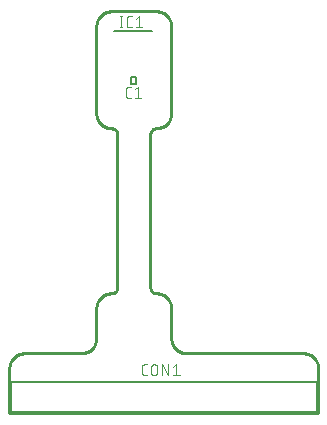
<source format=gbr>
G04 EAGLE Gerber RS-274X export*
G75*
%MOMM*%
%FSLAX34Y34*%
%LPD*%
%INSilkscreen Top*%
%IPPOS*%
%AMOC8*
5,1,8,0,0,1.08239X$1,22.5*%
G01*
%ADD10C,0.200000*%
%ADD11C,0.076200*%
%ADD12C,0.254000*%


D10*
X88410Y323610D02*
X120410Y323610D01*
D11*
X94655Y326761D02*
X94655Y336159D01*
X93611Y326761D02*
X95699Y326761D01*
X95699Y336159D02*
X93611Y336159D01*
X101423Y326761D02*
X103511Y326761D01*
X101423Y326761D02*
X101334Y326763D01*
X101246Y326769D01*
X101158Y326778D01*
X101070Y326791D01*
X100983Y326808D01*
X100897Y326828D01*
X100812Y326853D01*
X100727Y326880D01*
X100644Y326912D01*
X100563Y326946D01*
X100483Y326985D01*
X100405Y327026D01*
X100328Y327071D01*
X100254Y327119D01*
X100181Y327170D01*
X100111Y327224D01*
X100044Y327282D01*
X99978Y327342D01*
X99916Y327404D01*
X99856Y327470D01*
X99798Y327537D01*
X99744Y327607D01*
X99693Y327680D01*
X99645Y327754D01*
X99600Y327831D01*
X99559Y327909D01*
X99520Y327989D01*
X99486Y328070D01*
X99454Y328153D01*
X99427Y328238D01*
X99402Y328323D01*
X99382Y328409D01*
X99365Y328496D01*
X99352Y328584D01*
X99343Y328672D01*
X99337Y328760D01*
X99335Y328849D01*
X99334Y328849D02*
X99334Y334071D01*
X99335Y334071D02*
X99337Y334162D01*
X99343Y334253D01*
X99353Y334344D01*
X99367Y334434D01*
X99384Y334523D01*
X99406Y334611D01*
X99432Y334699D01*
X99461Y334785D01*
X99494Y334870D01*
X99531Y334953D01*
X99571Y335035D01*
X99615Y335115D01*
X99662Y335193D01*
X99713Y335269D01*
X99766Y335342D01*
X99823Y335413D01*
X99884Y335482D01*
X99947Y335547D01*
X100012Y335610D01*
X100081Y335670D01*
X100152Y335728D01*
X100225Y335781D01*
X100301Y335832D01*
X100379Y335879D01*
X100459Y335923D01*
X100541Y335963D01*
X100624Y336000D01*
X100709Y336033D01*
X100795Y336062D01*
X100883Y336088D01*
X100971Y336110D01*
X101060Y336127D01*
X101150Y336141D01*
X101241Y336151D01*
X101332Y336157D01*
X101423Y336159D01*
X103511Y336159D01*
X106980Y334071D02*
X109590Y336159D01*
X109590Y326761D01*
X106980Y326761D02*
X112201Y326761D01*
D10*
X107410Y285170D02*
X103410Y285170D01*
X107410Y285170D02*
X107410Y278710D01*
X103410Y278710D01*
X103410Y285170D01*
D11*
X103154Y267081D02*
X101065Y267081D01*
X100976Y267083D01*
X100888Y267089D01*
X100800Y267098D01*
X100712Y267111D01*
X100625Y267128D01*
X100539Y267148D01*
X100454Y267173D01*
X100369Y267200D01*
X100286Y267232D01*
X100205Y267266D01*
X100125Y267305D01*
X100047Y267346D01*
X99970Y267391D01*
X99896Y267439D01*
X99823Y267490D01*
X99753Y267544D01*
X99686Y267602D01*
X99620Y267662D01*
X99558Y267724D01*
X99498Y267790D01*
X99440Y267857D01*
X99386Y267927D01*
X99335Y268000D01*
X99287Y268074D01*
X99242Y268151D01*
X99201Y268229D01*
X99162Y268309D01*
X99128Y268390D01*
X99096Y268473D01*
X99069Y268558D01*
X99044Y268643D01*
X99024Y268729D01*
X99007Y268816D01*
X98994Y268904D01*
X98985Y268992D01*
X98979Y269080D01*
X98977Y269169D01*
X98977Y274391D01*
X98979Y274482D01*
X98985Y274573D01*
X98995Y274664D01*
X99009Y274754D01*
X99026Y274843D01*
X99048Y274931D01*
X99074Y275019D01*
X99103Y275105D01*
X99136Y275190D01*
X99173Y275273D01*
X99213Y275355D01*
X99257Y275435D01*
X99304Y275513D01*
X99355Y275589D01*
X99408Y275662D01*
X99465Y275733D01*
X99526Y275802D01*
X99589Y275867D01*
X99654Y275930D01*
X99723Y275990D01*
X99794Y276048D01*
X99867Y276101D01*
X99943Y276152D01*
X100021Y276199D01*
X100101Y276243D01*
X100183Y276283D01*
X100266Y276320D01*
X100351Y276353D01*
X100437Y276382D01*
X100525Y276408D01*
X100613Y276430D01*
X100702Y276447D01*
X100792Y276461D01*
X100883Y276471D01*
X100974Y276477D01*
X101065Y276479D01*
X103154Y276479D01*
X106622Y274391D02*
X109233Y276479D01*
X109233Y267081D01*
X111843Y267081D02*
X106622Y267081D01*
D10*
X1310Y1270D02*
X260310Y1270D01*
X260310Y26670D01*
X1270Y26670D01*
X1270Y1270D01*
D11*
X114476Y32131D02*
X116565Y32131D01*
X114476Y32131D02*
X114387Y32133D01*
X114299Y32139D01*
X114211Y32148D01*
X114123Y32161D01*
X114036Y32178D01*
X113950Y32198D01*
X113865Y32223D01*
X113780Y32250D01*
X113697Y32282D01*
X113616Y32316D01*
X113536Y32355D01*
X113458Y32396D01*
X113381Y32441D01*
X113307Y32489D01*
X113234Y32540D01*
X113164Y32594D01*
X113097Y32652D01*
X113031Y32712D01*
X112969Y32774D01*
X112909Y32840D01*
X112851Y32907D01*
X112797Y32977D01*
X112746Y33050D01*
X112698Y33124D01*
X112653Y33201D01*
X112612Y33279D01*
X112573Y33359D01*
X112539Y33440D01*
X112507Y33523D01*
X112480Y33608D01*
X112455Y33693D01*
X112435Y33779D01*
X112418Y33866D01*
X112405Y33954D01*
X112396Y34042D01*
X112390Y34130D01*
X112388Y34219D01*
X112388Y39441D01*
X112390Y39532D01*
X112396Y39623D01*
X112406Y39714D01*
X112420Y39804D01*
X112437Y39893D01*
X112459Y39981D01*
X112485Y40069D01*
X112514Y40155D01*
X112547Y40240D01*
X112584Y40323D01*
X112624Y40405D01*
X112668Y40485D01*
X112715Y40563D01*
X112766Y40639D01*
X112819Y40712D01*
X112876Y40783D01*
X112937Y40852D01*
X113000Y40917D01*
X113065Y40980D01*
X113134Y41040D01*
X113205Y41098D01*
X113278Y41151D01*
X113354Y41202D01*
X113432Y41249D01*
X113512Y41293D01*
X113594Y41333D01*
X113677Y41370D01*
X113762Y41403D01*
X113848Y41432D01*
X113936Y41458D01*
X114024Y41480D01*
X114113Y41497D01*
X114203Y41511D01*
X114294Y41521D01*
X114385Y41527D01*
X114476Y41529D01*
X116565Y41529D01*
X120034Y38918D02*
X120034Y34742D01*
X120033Y38918D02*
X120035Y39019D01*
X120041Y39120D01*
X120051Y39221D01*
X120064Y39321D01*
X120082Y39421D01*
X120103Y39520D01*
X120129Y39618D01*
X120158Y39715D01*
X120190Y39811D01*
X120227Y39905D01*
X120267Y39998D01*
X120311Y40090D01*
X120358Y40179D01*
X120409Y40267D01*
X120463Y40353D01*
X120520Y40436D01*
X120580Y40518D01*
X120644Y40596D01*
X120710Y40673D01*
X120780Y40746D01*
X120852Y40817D01*
X120927Y40885D01*
X121005Y40950D01*
X121085Y41012D01*
X121167Y41071D01*
X121252Y41127D01*
X121339Y41179D01*
X121427Y41228D01*
X121518Y41274D01*
X121610Y41315D01*
X121704Y41354D01*
X121799Y41388D01*
X121895Y41419D01*
X121993Y41446D01*
X122091Y41470D01*
X122191Y41489D01*
X122291Y41505D01*
X122391Y41517D01*
X122492Y41525D01*
X122593Y41529D01*
X122695Y41529D01*
X122796Y41525D01*
X122897Y41517D01*
X122997Y41505D01*
X123097Y41489D01*
X123197Y41470D01*
X123295Y41446D01*
X123393Y41419D01*
X123489Y41388D01*
X123584Y41354D01*
X123678Y41315D01*
X123770Y41274D01*
X123861Y41228D01*
X123950Y41179D01*
X124036Y41127D01*
X124121Y41071D01*
X124203Y41012D01*
X124283Y40950D01*
X124361Y40885D01*
X124436Y40817D01*
X124508Y40746D01*
X124578Y40673D01*
X124644Y40596D01*
X124708Y40518D01*
X124768Y40436D01*
X124825Y40353D01*
X124879Y40267D01*
X124930Y40179D01*
X124977Y40090D01*
X125021Y39998D01*
X125061Y39905D01*
X125098Y39811D01*
X125130Y39715D01*
X125159Y39618D01*
X125185Y39520D01*
X125206Y39421D01*
X125224Y39321D01*
X125237Y39221D01*
X125247Y39120D01*
X125253Y39019D01*
X125255Y38918D01*
X125255Y34742D01*
X125253Y34641D01*
X125247Y34540D01*
X125237Y34439D01*
X125224Y34339D01*
X125206Y34239D01*
X125185Y34140D01*
X125159Y34042D01*
X125130Y33945D01*
X125098Y33849D01*
X125061Y33755D01*
X125021Y33662D01*
X124977Y33570D01*
X124930Y33481D01*
X124879Y33393D01*
X124825Y33307D01*
X124768Y33224D01*
X124708Y33142D01*
X124644Y33064D01*
X124578Y32987D01*
X124508Y32914D01*
X124436Y32843D01*
X124361Y32775D01*
X124283Y32710D01*
X124203Y32648D01*
X124121Y32589D01*
X124036Y32533D01*
X123949Y32481D01*
X123861Y32432D01*
X123770Y32386D01*
X123678Y32345D01*
X123584Y32306D01*
X123489Y32272D01*
X123393Y32241D01*
X123295Y32214D01*
X123197Y32190D01*
X123097Y32171D01*
X122997Y32155D01*
X122897Y32143D01*
X122796Y32135D01*
X122695Y32131D01*
X122593Y32131D01*
X122492Y32135D01*
X122391Y32143D01*
X122291Y32155D01*
X122191Y32171D01*
X122091Y32190D01*
X121993Y32214D01*
X121895Y32241D01*
X121799Y32272D01*
X121704Y32306D01*
X121610Y32345D01*
X121518Y32386D01*
X121427Y32432D01*
X121339Y32481D01*
X121252Y32533D01*
X121167Y32589D01*
X121085Y32648D01*
X121005Y32710D01*
X120927Y32775D01*
X120852Y32843D01*
X120780Y32914D01*
X120710Y32987D01*
X120644Y33064D01*
X120580Y33142D01*
X120520Y33224D01*
X120463Y33307D01*
X120409Y33393D01*
X120358Y33481D01*
X120311Y33570D01*
X120267Y33662D01*
X120227Y33755D01*
X120190Y33849D01*
X120158Y33945D01*
X120129Y34042D01*
X120103Y34140D01*
X120082Y34239D01*
X120064Y34339D01*
X120051Y34439D01*
X120041Y34540D01*
X120035Y34641D01*
X120033Y34742D01*
X129482Y32131D02*
X129482Y41529D01*
X134703Y32131D01*
X134703Y41529D01*
X138931Y39441D02*
X141542Y41529D01*
X141542Y32131D01*
X144152Y32131D02*
X138931Y32131D01*
D12*
X0Y0D02*
X261620Y0D01*
X261620Y38100D01*
X261572Y39207D01*
X261427Y40305D01*
X261187Y41387D01*
X260854Y42444D01*
X260430Y43467D01*
X259919Y44450D01*
X259323Y45384D01*
X258649Y46263D01*
X257900Y47080D01*
X257083Y47829D01*
X256204Y48503D01*
X255270Y49099D01*
X254287Y49610D01*
X253264Y50034D01*
X252207Y50367D01*
X251125Y50607D01*
X250027Y50752D01*
X248920Y50800D01*
X149860Y50800D01*
X148753Y50848D01*
X147655Y50993D01*
X146573Y51233D01*
X145516Y51566D01*
X144493Y51990D01*
X143510Y52501D01*
X142576Y53097D01*
X141697Y53771D01*
X140880Y54520D01*
X140131Y55337D01*
X139457Y56216D01*
X138861Y57150D01*
X138350Y58133D01*
X137926Y59156D01*
X137593Y60213D01*
X137353Y61295D01*
X137208Y62393D01*
X137160Y63500D01*
X137160Y88900D01*
X137112Y90007D01*
X136967Y91105D01*
X136727Y92187D01*
X136394Y93244D01*
X135970Y94267D01*
X135459Y95250D01*
X134863Y96184D01*
X134189Y97063D01*
X133440Y97880D01*
X132623Y98629D01*
X131744Y99303D01*
X130810Y99899D01*
X129827Y100410D01*
X128804Y100834D01*
X127747Y101167D01*
X126665Y101407D01*
X125567Y101552D01*
X124460Y101600D01*
X124017Y101619D01*
X123578Y101677D01*
X123145Y101773D01*
X122723Y101906D01*
X122313Y102076D01*
X121920Y102281D01*
X121546Y102519D01*
X121195Y102789D01*
X120868Y103088D01*
X120569Y103415D01*
X120299Y103766D01*
X120061Y104140D01*
X119856Y104533D01*
X119686Y104943D01*
X119553Y105365D01*
X119457Y105798D01*
X119399Y106237D01*
X119380Y106680D01*
X119380Y236220D01*
X119399Y236663D01*
X119457Y237102D01*
X119553Y237535D01*
X119686Y237957D01*
X119856Y238367D01*
X120061Y238760D01*
X120299Y239134D01*
X120569Y239485D01*
X120868Y239812D01*
X121195Y240112D01*
X121546Y240381D01*
X121920Y240619D01*
X122313Y240824D01*
X122723Y240994D01*
X123145Y241127D01*
X123578Y241223D01*
X124017Y241281D01*
X124460Y241300D01*
X125567Y241348D01*
X126665Y241493D01*
X127747Y241733D01*
X128804Y242066D01*
X129827Y242490D01*
X130810Y243001D01*
X131744Y243597D01*
X132623Y244271D01*
X133440Y245020D01*
X134189Y245837D01*
X134863Y246716D01*
X135459Y247650D01*
X135970Y248633D01*
X136394Y249656D01*
X136727Y250713D01*
X136967Y251795D01*
X137112Y252893D01*
X137160Y254000D01*
X137160Y327660D01*
X137112Y328767D01*
X136967Y329865D01*
X136727Y330947D01*
X136394Y332004D01*
X135970Y333027D01*
X135459Y334010D01*
X134863Y334944D01*
X134189Y335823D01*
X133440Y336640D01*
X132623Y337389D01*
X131744Y338063D01*
X130810Y338659D01*
X129827Y339170D01*
X128804Y339594D01*
X127747Y339927D01*
X126665Y340167D01*
X125567Y340312D01*
X124460Y340360D01*
X86360Y340360D01*
X85253Y340312D01*
X84155Y340167D01*
X83073Y339927D01*
X82016Y339594D01*
X80993Y339170D01*
X80010Y338659D01*
X79076Y338063D01*
X78197Y337389D01*
X77380Y336640D01*
X76631Y335823D01*
X75957Y334944D01*
X75361Y334010D01*
X74850Y333027D01*
X74426Y332004D01*
X74093Y330947D01*
X73853Y329865D01*
X73708Y328767D01*
X73660Y327660D01*
X73660Y254000D01*
X73708Y252893D01*
X73853Y251795D01*
X74093Y250713D01*
X74426Y249656D01*
X74850Y248633D01*
X75361Y247650D01*
X75957Y246716D01*
X76631Y245837D01*
X77380Y245020D01*
X78197Y244271D01*
X79076Y243597D01*
X80010Y243001D01*
X80993Y242490D01*
X82016Y242066D01*
X83073Y241733D01*
X84155Y241493D01*
X85253Y241348D01*
X86360Y241300D01*
X86803Y241281D01*
X87242Y241223D01*
X87675Y241127D01*
X88097Y240994D01*
X88507Y240824D01*
X88900Y240619D01*
X89274Y240381D01*
X89625Y240112D01*
X89952Y239812D01*
X90252Y239485D01*
X90521Y239134D01*
X90759Y238760D01*
X90964Y238367D01*
X91134Y237957D01*
X91267Y237535D01*
X91363Y237102D01*
X91421Y236663D01*
X91440Y236220D01*
X91440Y106680D01*
X91421Y106237D01*
X91363Y105798D01*
X91267Y105365D01*
X91134Y104943D01*
X90964Y104533D01*
X90759Y104140D01*
X90521Y103766D01*
X90252Y103415D01*
X89952Y103088D01*
X89625Y102789D01*
X89274Y102519D01*
X88900Y102281D01*
X88507Y102076D01*
X88097Y101906D01*
X87675Y101773D01*
X87242Y101677D01*
X86803Y101619D01*
X86360Y101600D01*
X85253Y101552D01*
X84155Y101407D01*
X83073Y101167D01*
X82016Y100834D01*
X80993Y100410D01*
X80010Y99899D01*
X79076Y99303D01*
X78197Y98629D01*
X77380Y97880D01*
X76631Y97063D01*
X75957Y96184D01*
X75361Y95250D01*
X74850Y94267D01*
X74426Y93244D01*
X74093Y92187D01*
X73853Y91105D01*
X73708Y90007D01*
X73660Y88900D01*
X73660Y63500D01*
X73612Y62393D01*
X73467Y61295D01*
X73227Y60213D01*
X72894Y59156D01*
X72470Y58133D01*
X71959Y57150D01*
X71363Y56216D01*
X70689Y55337D01*
X69940Y54520D01*
X69123Y53771D01*
X68244Y53097D01*
X67310Y52501D01*
X66327Y51990D01*
X65304Y51566D01*
X64247Y51233D01*
X63165Y50993D01*
X62067Y50848D01*
X60960Y50800D01*
X12700Y50800D01*
X11593Y50752D01*
X10495Y50607D01*
X9413Y50367D01*
X8356Y50034D01*
X7333Y49610D01*
X6350Y49099D01*
X5416Y48503D01*
X4537Y47829D01*
X3720Y47080D01*
X2971Y46263D01*
X2297Y45384D01*
X1701Y44450D01*
X1190Y43467D01*
X766Y42444D01*
X433Y41387D01*
X193Y40305D01*
X48Y39207D01*
X0Y38100D01*
X0Y0D01*
M02*

</source>
